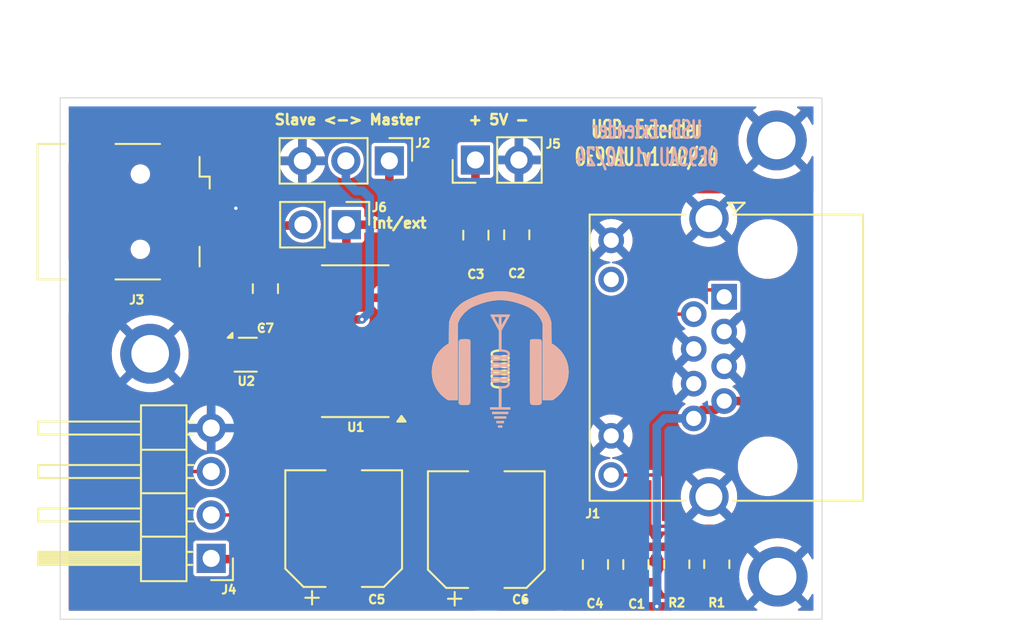
<source format=kicad_pcb>
(kicad_pcb (version 20240108) (generator "pcbnew") (generator_version "8.0")
  (layers (0 "F.Cu" signal) (31 "B.Cu" signal) (34 "B.Paste" user) (35 "F.Paste" user) (36 "B.SilkS" user "B.Silkscreen") (37 "F.SilkS" user "F.Silkscreen") (38 "B.Mask" user) (39 "F.Mask" user) (44 "Edge.Cuts" user))
  (net 0 "")
  (net 1 "GND")
  (net 2 "Net-(U1-REF)")
  (net 3 "+5V")
  (net 4 "Net-(U1-V3)")
  (net 5 "Net-(U1-XD+)")
  (net 6 "Net-(J1-Pad12)")
  (net 7 "Net-(U1-XD-)")
  (net 9 "Net-(J3-D+)")
  (net 11 "Net-(J3-D-)")
  (net 14 "MODE")
  (net 17 "Net-(U1-UD+)")
  (net 18 "Net-(U1-UD-)")
  (footprint "Capacitor_SMD:C_0805_2012Metric_Pad1.18x1.45mm_HandSolder" (layer "F.Cu") (at 128.27 66.4249 -90)
    (property "Reference" "C2" (at 2.2567 0 180) (layer "F.SilkS") (effects (font (size 0.5 0.5))))
    (property "Value" "100nF")
    (pad "1" smd roundrect (at -1.0375 0 270) (size 1.175 1.45) (layers "F.Cu" "F.Paste" "F.Mask") (roundrect_rratio 0.212766) (net 3 "+5V"))
    (pad "2" smd roundrect (at 1.0375 0 270) (size 1.175 1.45) (layers "F.Cu" "F.Paste" "F.Mask") (roundrect_rratio 0.212766) (net 1 "GND"))
  )
  (footprint "Connector_PinHeader_2.54mm:PinHeader_1x02_P2.54mm_Vertical" (layer "F.Cu") (at 125.857 62.0522 90)
    (property "Reference" "J5" (at 0.9398 4.5466 180) (layer "F.SilkS") (effects (font (size 0.5 0.5))))
    (property "Value" "ext. +5V")
    (pad "1" thru_hole rect (at 0 0 90) (size 1.7 1.7) (drill 1) (layers "*.Cu" "*.Mask") (net 3 "+5V"))
    (pad "2" thru_hole oval (at 0 2.54 90) (size 1.7 1.7) (drill 1) (layers "*.Cu" "*.Mask") (net 1 "GND"))
  )
  (footprint "Connector_PinHeader_2.54mm:PinHeader_1x02_P2.54mm_Vertical" (layer "F.Cu") (at 118.3182 65.8368 -90)
    (property "Reference" "J6" (at -1.016 -1.9254 180) (layer "F.SilkS") (effects (font (size 0.5 0.5) (thickness 0.125))))
    (property "Value" "5v INT/EXT")
    (pad "1" thru_hole rect (at 0 0 270) (size 1.7 1.7) (drill 1) (layers "*.Cu" "*.Mask") (net 3 "+5V"))
    (pad "2" thru_hole oval (at 0 2.54 270) (size 1.7 1.7) (drill 1) (layers "*.Cu" "*.Mask") (net 3 "+5V"))
  )
  (footprint "Connector_PinHeader_2.54mm:PinHeader_1x04_P2.54mm_Horizontal" (layer "F.Cu") (at 110.42 85.344 180)
    (property "Reference" "J4" (at -1.0352 -1.8288 180) (layer "F.SilkS") (effects (font (size 0.5 0.5))))
    (property "Value" "USB_CON")
    (pad "1" thru_hole rect (at 0 0 180) (size 1.7 1.7) (drill 1) (layers "*.Cu" "*.Mask") (net 3 "+5V"))
    (pad "2" thru_hole oval (at 0 2.54 180) (size 1.7 1.7) (drill 1) (layers "*.Cu" "*.Mask") (net 11 "Net-(J3-D-)"))
    (pad "3" thru_hole oval (at 0 5.08 180) (size 1.7 1.7) (drill 1) (layers "*.Cu" "*.Mask") (net 9 "Net-(J3-D+)"))
    (pad "4" thru_hole oval (at 0 7.62 180) (size 1.7 1.7) (drill 1) (layers "*.Cu" "*.Mask") (net 1 "GND"))
  )
  (footprint "Capacitor_SMD:C_0805_2012Metric_Pad1.18x1.45mm_HandSolder" (layer "F.Cu") (at 135.2296 85.7023 -90)
    (property "Reference" "C1" (at 2.3087 -0.0508 0) (layer "F.SilkS") (effects (font (size 0.5 0.5))))
    (property "Value" "100nF")
    (pad "1" smd roundrect (at -1.0375 0 270) (size 1.175 1.45) (layers "F.Cu" "F.Paste" "F.Mask") (roundrect_rratio 0.212766) (net 2 "Net-(U1-REF)"))
    (pad "2" smd roundrect (at 1.0375 0 270) (size 1.175 1.45) (layers "F.Cu" "F.Paste" "F.Mask") (roundrect_rratio 0.212766) (net 1 "GND"))
  )
  (footprint "Capacitor_SMD:CP_Elec_6.3x7.7" (layer "F.Cu") (at 126.492 83.66 90)
    (property "Reference" "C6" (at -4.0894 2.0066 180) (layer "F.SilkS") (effects (font (size 0.5 0.5) (thickness 0.125))))
    (property "Value" "470uF")
    (pad "1" smd roundrect (at -2.7 0 90) (size 3.5 1.6) (layers "F.Cu" "F.Paste" "F.Mask") (roundrect_rratio 0.15625) (net 3 "+5V"))
    (pad "2" smd roundrect (at 2.7 0 90) (size 3.5 1.6) (layers "F.Cu" "F.Paste" "F.Mask") (roundrect_rratio 0.15625) (net 1 "GND"))
  )
  (footprint "MountingHole:MountingHole_2.2mm_M2_ISO7380_Pad" (layer "F.Cu") (at 143.51 86.4108)
    (property "Reference" "H2" (hide yes))
    (property "Value" "MountingHole_Pad" (hide yes))
    (pad "1" thru_hole circle (at 0 0) (size 3.5 3.5) (drill 2.2) (layers "*.Cu" "*.Mask") (net 1 "GND"))
  )
  (footprint "Capacitor_SMD:C_0805_2012Metric_Pad1.18x1.45mm_HandSolder" (layer "F.Cu") (at 132.8674 85.7023 -90)
    (property "Reference" "C4" (at 2.2821 0.0254 180) (layer "F.SilkS") (effects (font (size 0.5 0.5))))
    (property "Value" "100nF")
    (pad "1" smd roundrect (at -1.0375 0 270) (size 1.175 1.45) (layers "F.Cu" "F.Paste" "F.Mask") (roundrect_rratio 0.212766) (net 4 "Net-(U1-V3)"))
    (pad "2" smd roundrect (at 1.0375 0 270) (size 1.175 1.45) (layers "F.Cu" "F.Paste" "F.Mask") (roundrect_rratio 0.212766) (net 1 "GND"))
  )
  (footprint "Capacitor_SMD:C_0805_2012Metric_Pad1.18x1.45mm_HandSolder" (layer "F.Cu") (at 125.8824 66.4464 -90)
    (property "Reference" "C3" (at 2.286 0 180) (layer "F.SilkS") (effects (font (size 0.5 0.5))))
    (property "Value" "100nF")
    (pad "1" smd roundrect (at -1.0375 0 270) (size 1.175 1.45) (layers "F.Cu" "F.Paste" "F.Mask") (roundrect_rratio 0.212766) (net 3 "+5V"))
    (pad "2" smd roundrect (at 1.0375 0 270) (size 1.175 1.45) (layers "F.Cu" "F.Paste" "F.Mask") (roundrect_rratio 0.212766) (net 1 "GND"))
  )
  (footprint "Resistor_SMD:R_0805_2012Metric_Pad1.20x1.40mm_HandSolder" (layer "F.Cu") (at 139.954 85.6836 -90)
    (property "Reference" "R1" (at 2.2512 0 0) (layer "F.SilkS") (effects (font (size 0.5 0.5))))
    (property "Value" "10k")
    (pad "1" smd roundrect (at -1 0 270) (size 1.2 1.4) (layers "F.Cu" "F.Paste" "F.Mask") (roundrect_rratio 0.208333) (net 6 "Net-(J1-Pad12)"))
    (pad "2" smd roundrect (at 1 0 270) (size 1.2 1.4) (layers "F.Cu" "F.Paste" "F.Mask") (roundrect_rratio 0.208333) (net 3 "+5V"))
  )
  (footprint "Connector_USB:USB_Mini-B_Wuerth_65100516121_Horizontal" (layer "F.Cu") (at 106.2826 65.0748 -90)
    (property "Reference" "J3" (at 5.1562 0.2122 180) (layer "F.SilkS") (effects (font (size 0.5 0.5))))
    (property "Value" "USB_B_Mini")
    (pad "" np_thru_hole circle (at -2.2 0 270) (size 0.9 0.9) (drill 0.9) (layers "*.Cu" "*.Mask"))
    (pad "" np_thru_hole circle (at 2.2 0 270) (size 0.9 0.9) (drill 0.9) (layers "*.Cu" "*.Mask"))
    (pad "1" smd rect (at -1.6 -2.6 270) (size 0.5 2.5) (layers "F.Cu" "F.Paste" "F.Mask") (net 3 "+5V"))
    (pad "2" smd rect (at -0.8 -2.6 270) (size 0.5 2.5) (layers "F.Cu" "F.Paste" "F.Mask") (net 11 "Net-(J3-D-)"))
    (pad "3" smd rect (at 0 -2.6 270) (size 0.5 2.5) (layers "F.Cu" "F.Paste" "F.Mask") (net 9 "Net-(J3-D+)"))
    (pad "4" smd rect (at 0.8 -2.6 270) (size 0.5 2.5) (layers "F.Cu" "F.Paste" "F.Mask"))
    (pad "5" smd rect (at 1.6 -2.6 270) (size 0.5 2.5) (layers "F.Cu" "F.Paste" "F.Mask") (net 1 "GND"))
    (pad "6" smd rect (at -4.4 -2.6 270) (size 2 2.5) (layers "F.Cu" "F.Paste" "F.Mask") (net 1 "GND"))
    (pad "6" smd rect (at -4.4 2.9 270) (size 2 2.5) (layers "F.Cu" "F.Paste" "F.Mask") (net 1 "GND"))
    (pad "6" smd rect (at 4.4 -2.6 270) (size 2 2.5) (layers "F.Cu" "F.Paste" "F.Mask") (net 1 "GND"))
    (pad "6" smd rect (at 4.4 2.9 270) (size 2 2.5) (layers "F.Cu" "F.Paste" "F.Mask") (net 1 "GND"))
  )
  (footprint "Package_SO:SOIC-14_3.9x8.7mm_P1.27mm" (layer "F.Cu") (at 118.8354 72.644 180)
    (property "Reference" "U1" (at -0.0366 -5.0292 0) (layer "F.SilkS") (effects (font (size 0.5 0.5))))
    (property "Value" "CH315G")
    (pad "1" smd roundrect (at -2.475 -3.81 180) (size 1.95 0.6) (layers "F.Cu" "F.Paste" "F.Mask") (net 2 "Net-(U1-REF)"))
    (pad "2" smd roundrect (at -2.475 -2.54 180) (size 1.95 0.6) (layers "F.Cu" "F.Paste" "F.Mask") (net 1 "GND"))
    (pad "3" smd roundrect (at -2.475 -1.27 180) (size 1.95 0.6) (layers "F.Cu" "F.Paste" "F.Mask"))
    (pad "4" smd roundrect (at -2.475 0 180) (size 1.95 0.6) (layers "F.Cu" "F.Paste" "F.Mask") (net 7 "Net-(U1-XD-)"))
    (pad "5" smd roundrect (at -2.475 1.27 180) (size 1.95 0.6) (layers "F.Cu" "F.Paste" "F.Mask") (net 5 "Net-(U1-XD+)"))
    (pad "6" smd roundrect (at -2.475 2.54 180) (size 1.95 0.6) (layers "F.Cu" "F.Paste" "F.Mask") (net 1 "GND"))
    (pad "7" smd roundrect (at -2.475 3.81 180) (size 1.95 0.6) (layers "F.Cu" "F.Paste" "F.Mask"))
    (pad "8" smd roundrect (at 2.475 3.81 180) (size 1.95 0.6) (layers "F.Cu" "F.Paste" "F.Mask"))
    (pad "9" smd roundrect (at 2.475 2.54 180) (size 1.95 0.6) (layers "F.Cu" "F.Paste" "F.Mask") (net 3 "+5V"))
    (pad "10" smd roundrect (at 2.475 1.27 180) (size 1.95 0.6) (layers "F.Cu" "F.Paste" "F.Mask") (net 14 "MODE"))
    (pad "11" smd roundrect (at 2.475 0 180) (size 1.95 0.6) (layers "F.Cu" "F.Paste" "F.Mask"))
    (pad "12" smd roundrect (at 2.475 -1.27 180) (size 1.95 0.6) (layers "F.Cu" "F.Paste" "F.Mask") (net 18 "Net-(U1-UD-)"))
    (pad "13" smd roundrect (at 2.475 -2.54 180) (size 1.95 0.6) (layers "F.Cu" "F.Paste" "F.Mask") (net 17 "Net-(U1-UD+)"))
    (pad "14" smd roundrect (at 2.475 -3.81 180) (size 1.95 0.6) (layers "F.Cu" "F.Paste" "F.Mask") (net 4 "Net-(U1-V3)"))
  )
  (footprint "Resistor_SMD:R_0805_2012Metric_Pad1.20x1.40mm_HandSolder" (layer "F.Cu") (at 137.6172 85.6836 -90)
    (property "Reference" "R2" (at 2.2512 0 180) (layer "F.SilkS") (effects (font (size 0.5 0.5) (thickness 0.125))))
    (property "Value" "180k")
    (pad "1" smd roundrect (at -1 0 270) (size 1.2 1.4) (layers "F.Cu" "F.Paste" "F.Mask") (roundrect_rratio 0.208333) (net 2 "Net-(U1-REF)"))
    (pad "2" smd roundrect (at 1 0 270) (size 1.2 1.4) (layers "F.Cu" "F.Paste" "F.Mask") (roundrect_rratio 0.208333) (net 3 "+5V"))
  )
  (footprint "MountingHole:MountingHole_2.2mm_M2_ISO7380_Pad" (layer "F.Cu") (at 143.4592 60.9092)
    (property "Reference" "H3" (hide yes))
    (property "Value" "MountingHole_Pad" (hide yes))
    (pad "1" thru_hole circle (at 0 0) (size 3.5 3.5) (drill 2.2) (layers "*.Cu" "*.Mask") (net 1 "GND"))
  )
  (footprint "LOGO" (layer "F.Cu") (at 127.3048 73.7108)
    (property "Reference" "g1" (hide yes))
    (property "Value" "LOGO" (hide yes))
  )
  (footprint "Connector_PinHeader_2.54mm:PinHeader_1x03_P2.54mm_Vertical" (layer "F.Cu") (at 120.8278 62.103 -90)
    (property "Reference" "J2" (at -1.0414 -1.9558 180) (layer "F.SilkS") (effects (font (size 0.5 0.5))))
    (property "Value" "MODE")
    (pad "1" thru_hole rect (at 0 0 270) (size 1.7 1.7) (drill 1) (layers "*.Cu" "*.Mask") (net 3 "+5V"))
    (pad "2" thru_hole oval (at 0 2.54 270) (size 1.7 1.7) (drill 1) (layers "*.Cu" "*.Mask") (net 14 "MODE"))
    (pad "3" thru_hole oval (at 0 5.08 270) (size 1.7 1.7) (drill 1) (layers "*.Cu" "*.Mask") (net 1 "GND"))
  )
  (footprint "Capacitor_SMD:C_0805_2012Metric_Pad1.18x1.45mm_HandSolder" (layer "F.Cu") (at 113.5888 69.5745 90)
    (property "Reference" "C7" (at -2.3153 0 180) (layer "F.SilkS") (effects (font (size 0.5 0.5) (thickness 0.125))))
    (property "Value" "100nF")
    (pad "1" smd roundrect (at -1.0375 0 90) (size 1.175 1.45) (layers "F.Cu" "F.Paste" "F.Mask") (roundrect_rratio 0.212766) (net 3 "+5V"))
    (pad "2" smd roundrect (at 1.0375 0 90) (size 1.175 1.45) (layers "F.Cu" "F.Paste" "F.Mask") (roundrect_rratio 0.212766) (net 1 "GND"))
  )
  (footprint "Connector_RJ:RJ45_Amphenol_RJHSE538X" (layer "F.Cu") (at 140.3878 70.0492 -90)
    (property "Reference" "J1" (at 12.6786 7.6728 180) (layer "F.SilkS") (effects (font (size 0.5 0.5))))
    (property "Value" "RJ45_LED_Shielded")
    (pad "" np_thru_hole circle (at -2.79 -2.54 270) (size 3.25 3.25) (drill 3.25) (layers "*.Cu" "*.Mask"))
    (pad "" np_thru_hole circle (at 9.91 -2.54 270) (size 3.25 3.25) (drill 3.25) (layers "*.Cu" "*.Mask"))
    (pad "1" thru_hole rect (at 0 0 270) (size 1.5 1.5) (drill 0.89) (layers "*.Cu" "*.Mask") (net 5 "Net-(U1-XD+)"))
    (pad "2" thru_hole circle (at 1.016 1.78 270) (size 1.5 1.5) (drill 0.89) (layers "*.Cu" "*.Mask") (net 7 "Net-(U1-XD-)"))
    (pad "3" thru_hole circle (at 2.032 0 270) (size 1.5 1.5) (drill 0.89) (layers "*.Cu" "*.Mask") (net 1 "GND"))
    (pad "4" thru_hole circle (at 3.048 1.78 270) (size 1.5 1.5) (drill 0.89) (layers "*.Cu" "*.Mask") (net 1 "GND"))
    (pad "5" thru_hole circle (at 4.064 0 270) (size 1.5 1.5) (drill 0.89) (layers "*.Cu" "*.Mask") (net 1 "GND"))
    (pad "6" thru_hole circle (at 5.08 1.78 270) (size 1.5 1.5) (drill 0.89) (layers "*.Cu" "*.Mask") (net 1 "GND"))
    (pad "7" thru_hole circle (at 6.096 0 270) (size 1.5 1.5) (drill 0.89) (layers "*.Cu" "*.Mask") (net 3 "+5V"))
    (pad "8" thru_hole circle (at 7.112 1.78 270) (size 1.5 1.5) (drill 0.89) (layers "*.Cu" "*.Mask") (net 3 "+5V"))
    (pad "9" thru_hole circle (at -3.3 6.6 270) (size 1.5 1.5) (drill 0.89) (layers "*.Cu" "*.Mask") (net 1 "GND"))
    (pad "10" thru_hole circle (at -1.01 6.6 270) (size 1.5 1.5) (drill 0.89) (layers "*.Cu" "*.Mask"))
    (pad "11" thru_hole circle (at 8.13 6.6 270) (size 1.5 1.5) (drill 0.89) (layers "*.Cu" "*.Mask") (net 1 "GND"))
    (pad "12" thru_hole circle (at 10.42 6.6 270) (size 1.5 1.5) (drill 0.89) (layers "*.Cu" "*.Mask") (net 6 "Net-(J1-Pad12)"))
    (pad "SH" thru_hole circle (at -4.57 0.89 270) (size 2.3 2.3) (drill 1.57) (layers "*.Cu" "*.Mask") (net 1 "GND"))
    (pad "SH" thru_hole circle (at 11.69 0.89 270) (size 2.3 2.3) (drill 1.57) (layers "*.Cu" "*.Mask") (net 1 "GND"))
  )
  (footprint "Package_TO_SOT_SMD:SOT-666" (layer "F.Cu") (at 112.434 73.4355)
    (property "Reference" "U2" (at 0.0372 1.5453 180) (layer "F.SilkS") (effects (font (size 0.5 0.5) (thickness 0.125))))
    (property "Value" "USBLC6-2P6")
    (pad "1" smd roundrect (at -0.85 -0.5375) (size 0.5 0.375) (layers "F.Cu" "F.Paste" "F.Mask") (net 9 "Net-(J3-D+)"))
    (pad "2" smd roundrect (at -0.925 0) (size 0.65 0.3) (layers "F.Cu" "F.Paste" "F.Mask") (net 1 "GND"))
    (pad "3" smd roundrect (at -0.85 0.5375) (size 0.5 0.375) (layers "F.Cu" "F.Paste" "F.Mask") (net 11 "Net-(J3-D-)"))
    (pad "4" smd roundrect (at 0.85 0.5375) (size 0.5 0.375) (layers "F.Cu" "F.Paste" "F.Mask") (net 18 "Net-(U1-UD-)"))
    (pad "5" smd roundrect (at 0.925 0) (size 0.65 0.3) (layers "F.Cu" "F.Paste" "F.Mask") (net 3 "+5V"))
    (pad "6" smd roundrect (at 0.85 -0.5375) (size 0.5 0.375) (layers "F.Cu" "F.Paste" "F.Mask") (net 17 "Net-(U1-UD+)"))
  )
  (footprint "Capacitor_SMD:CP_Elec_6.3x7.7" (layer "F.Cu") (at 118.1608 83.6016 90)
    (property "Reference" "C5" (at -4.1478 1.9304 180) (layer "F.SilkS") (effects (font (size 0.5 0.5) (thickness 0.125))))
    (property "Value" "470uF")
    (pad "1" smd roundrect (at -2.7 0 90) (size 3.5 1.6) (layers "F.Cu" "F.Paste" "F.Mask") (roundrect_rratio 0.15625) (net 3 "+5V"))
    (pad "2" smd roundrect (at 2.7 0 90) (size 3.5 1.6) (layers "F.Cu" "F.Paste" "F.Mask") (roundrect_rratio 0.15625) (net 1 "GND"))
  )
  (footprint "MountingHole:MountingHole_2.2mm_M2_ISO7380_Pad" (layer "F.Cu") (at 106.8578 73.3806 90)
    (property "Reference" "H1" (hide yes))
    (property "Value" "MountingHole_Pad" (hide yes))
    (pad "1" thru_hole circle (at 0 0 90) (size 3.5 3.5) (drill 2.2) (layers "*.Cu" "*.Mask") (net 1 "GND"))
  )
  (footprint "LOGO" (layer "B.Cu") (at 127.3048 73.7108 180)
    (property "Reference" "g2" (hide yes))
    (property "Value" "LOGO" (hide yes))
  )
  (gr_rect (start 101.6 58.42) (end 146.1008 88.9) (stroke (width 0.05)) (fill none) (layer "Edge.Cuts"))
  (gr_text "Slave <-> Master" (at 114.046 60.0456 0) (layer "F.SilkS") (effects (font (size 0.6 0.6) (thickness 0.15) (bold yes)) (justify left bottom)))
  (gr_text "+ 5V -" (at 125.3744 60.0456 0) (layer "F.SilkS") (effects (font (size 0.6 0.6) (thickness 0.15) (bold yes)) (justify left bottom)))
  (gr_text "int/ext" (at 119.7356 66.0908 0) (layer "F.SilkS") (effects (font (size 0.6 0.6) (thickness 0.15) (bold yes)) (justify left bottom)))
  (gr_text_box "USB-Extender\nOE9SAU v1 10/24" (start 128.3716 58.9534) (end 143.4084 63.2714) (layer "B.SilkS") (effects (font (size 1 0.6) (thickness 0.15) (bold yes)) (justify top mirror)) (border no) (stroke (width 0) (type dot)))
  (gr_text_box "USB-Extender\nOE9SAU v1 10/24" (start 128.3208 58.928) (end 143.3576 63.246) (layer "F.SilkS") (effects (font (size 1 0.6) (thickness 0.15) (bold yes)) (justify top)) (border no) (stroke (width 0) (type dot)))
  (segment (start 132.8244 86.6968) (end 132.8674 86.7398) (width 0.2) (layer "F.Cu") (net 1))
  (via (at 111.8616 64.8716) (size 0.35) (drill 0.2) (layers "F.Cu" "B.Cu") (net 1))
  (via (at 113.411 71.8566) (size 0.35) (drill 0.2) (layers "F.Cu" "B.Cu") (net 1))
  (via (at 128.7526 87.8078) (size 0.35) (drill 0.2) (layers "F.Cu" "B.Cu") (net 1))
  (segment (start 131.445 76.8858) (end 131.0132 76.454) (width 0.5) (layer "F.Cu") (net 2))
  (segment (start 131.0132 76.454) (end 121.3104 76.454) (width 0.5) (layer "F.Cu") (net 2))
  (segment (start 131.064 76.5048) (end 131.0132 76.454) (width 0.5) (layer "F.Cu") (net 2))
  (segment (start 132.0038 82.7532) (end 131.445 82.1944) (width 0.5) (layer "F.Cu") (net 2))
  (segment (start 135.2296 83.2104) (end 134.7724 82.7532) (width 0.5) (layer "F.Cu") (net 2))
  (segment (start 131.445 82.1944) (end 131.445 76.8858) (width 0.5) (layer "F.Cu") (net 2))
  (segment (start 135.2296 84.6648) (end 137.5664 84.6648) (width 0.5) (layer "F.Cu") (net 2))
  (segment (start 134.7724 82.7532) (end 132.0038 82.7532) (width 0.5) (layer "F.Cu") (net 2))
  (segment (start 135.2296 84.36) (end 135.2296 83.2104) (width 0.5) (layer "F.Cu") (net 2))
  (segment (start 120.8278 65.5574) (end 120.8278 62.103) (width 0.5) (layer "F.Cu") (net 3))
  (segment (start 130.853 65.3874) (end 132.4864 63.754) (width 0.5) (layer "F.Cu") (net 3))
  (segment (start 137.2496 88.15) (end 137.5664 87.8332) (width 0.5) (layer "F.Cu") (net 3))
  (segment (start 145.288 64.3128) (end 145.288 75.692) (width 0.5) (layer "F.Cu") (net 3))
  (segment (start 114.4737 73.4355) (end 114.6048 73.3044) (width 0.2) (layer "F.Cu") (net 3))
  (segment (start 137.5664 87.8332) (end 137.5664 86.6648) (width 0.5) (layer "F.Cu") (net 3))
  (segment (start 125.857 65.3874) (end 125.857 62.0522) (width 0.5) (layer "F.Cu") (net 3))
  (segment (start 132.4864 63.754) (end 144.7292 63.754) (width 0.5) (layer "F.Cu") (net 3))
  (segment (start 113.0048 63.4748) (end 113.284 63.754) (width 0.5) (layer "F.Cu") (net 3))
  (segment (start 118.3182 69.845) (end 118.0592 70.104) (width 0.5) (layer "F.Cu") (net 3))
  (segment (start 125.8824 65.4089) (end 120.9763 65.4089) (width 0.5) (layer "F.Cu") (net 3))
  (segment (start 114.6048 70.612) (end 115.1128 70.104) (width 0.2) (layer "F.Cu") (net 3))
  (segment (start 128.27 65.3874) (end 130.853 65.3874) (width 0.5) (layer "F.Cu") (net 3))
  (segment (start 136.4488 88.15) (end 137.2496 88.15) (width 0.5) (layer "F.Cu") (net 3))
  (segment (start 130.261 85.387) (end 130.683 85.809) (width 0.5) (layer "F.Cu") (net 3))
  (segment (start 120.5484 65.8368) (end 120.8278 65.5574) (width 0.5) (layer "F.Cu") (net 3))
  (segment (start 144.8268 76.1452) (end 140.3878 76.1452) (width 0.5) (layer "F.Cu") (net 3))
  (segment (start 137.5664 86.6648) (end 139.9352 86.6648) (width 0.5) (layer "F.Cu") (net 3))
  (segment (start 114.6048 73.3044) (end 114.6048 70.612) (width 0.2) (layer "F.Cu") (net 3))
  (segment (start 144.8308 76.1492) (end 144.8268 76.1452) (width 0.5) (layer "F.Cu") (net 3))
  (segment (start 110.463 85.387) (end 130.261 85.387) (width 0.5) (layer "F.Cu") (net 3))
  (segment (start 131.0506 88.15) (end 136.4488 88.15) (width 0.5) (layer "F.Cu") (net 3))
  (segment (start 108.8826 63.4748) (end 113.0048 63.4748) (width 0.5) (layer "F.Cu") (net 3))
  (segment (start 128.27 65.3874) (end 125.857 65.3874) (width 0.5) (layer "F.Cu") (net 3))
  (segment (start 144.7292 63.754) (end 145.288 64.3128) (width 0.5) (layer "F.Cu") (net 3))
  (segment (start 120.9763 65.4089) (end 120.8278 65.5574) (width 0.5) (layer "F.Cu") (net 3))
  (segment (start 140.3878 76.1452) (end 139.8758 76.6572) (width 0.5) (layer "F.Cu") (net 3))
  (segment (start 118.3182 65.8368) (end 120.5484 65.8368) (width 0.5) (layer "F.Cu") (net 3))
  (segment (start 113.359 73.4355) (end 114.4737 73.4355) (width 0.2) (layer "F.Cu") (net 3))
  (segment (start 139.9352 86.6648) (end 139.954 86.6836) (width 0.5) (layer "F.Cu") (net 3))
  (segment (start 110.42 85.344) (end 110.463 85.387) (width 0.5) (layer "F.Cu") (net 3))
  (segment (start 130.683 85.809) (end 130.683 87.7824) (width 0.5) (layer "F.Cu") (net 3))
  (segment (start 145.288 75.692) (end 144.8308 76.1492) (width 0.5) (layer "F.Cu") (net 3))
  (segment (start 139.8758 76.6572) (end 139.1118 76.6572) (width 0.5) (layer "F.Cu") (net 3))
  (segment (start 113.284 65.5828) (end 113.5888 65.8876) (width 0.5) (layer "F.Cu") (net 3))
  (segment (start 139.1118 76.6572) (end 138.6078 77.1612) (width 0.5) (layer "F.Cu") (net 3))
  (segment (start 115.7274 65.8876) (end 115.7782 65.8368) (width 0.5) (layer "F.Cu") (net 3))
  (segment (start 130.683 87.7824) (end 131.0506 88.15) (width 0.5) (layer "F.Cu") (net 3))
  (segment (start 125.857 65.3874) (end 125.7007 65.3874) (width 0.5) (layer "F.Cu") (net 3))
  (segment (start 113.5888 65.8876) (end 115.7274 65.8876) (width 0.5) (layer "F.Cu") (net 3))
  (segment (start 114.6048 70.612) (end 113.5888 70.612) (width 0.2) (layer "F.Cu") (net 3))
  (segment (start 113.284 63.754) (end 113.284 65.5828) (width 0.5) (layer "F.Cu") (net 3))
  (segment (start 115.1128 70.104) (end 116.3604 70.104) (width 0.2) (layer "F.Cu") (net 3))
  (segment (start 118.3182 65.8368) (end 118.3182 69.845) (width 0.5) (layer "F.Cu") (net 3))
  (segment (start 118.0592 70.104) (end 116.3604 70.104) (width 0.5) (layer "F.Cu") (net 3))
  (segment (start 125.7007 65.3874) (end 125.6792 65.4089) (width 0.5) (layer "F.Cu") (net 3))
  (via (at 136.4488 88.15) (size 0.35) (drill 0.2) (layers "F.Cu" "B.Cu") (net 3))
  (segment (start 136.4488 88.15) (end 136.4488 77.6224) (width 0.5) (layer "B.Cu") (net 3))
  (segment (start 136.4488 77.6224) (end 136.91 77.1612) (width 0.5) (layer "B.Cu") (net 3))
  (segment (start 136.91 77.1612) (end 138.6078 77.1612) (width 0.5) (layer "B.Cu") (net 3))
  (segment (start 120.8532 62.8142) (end 120.65 62.611) (width 0.5) (layer "B.Cu") (net 3))
  (segment (start 119.6848 77.8764) (end 118.2624 76.454) (width 0.5) (layer "F.Cu") (net 4))
  (segment (start 130.4036 84.074) (end 130.4036 78.2828) (width 0.5) (layer "F.Cu") (net 4))
  (segment (start 130.9944 84.6648) (end 130.4036 84.074) (width 0.5) (layer "F.Cu") (net 4))
  (segment (start 130.4036 78.2828) (end 129.9972 77.8764) (width 0.5) (layer "F.Cu") (net 4))
  (segment (start 129.9972 77.8764) (end 119.6848 77.8764) (width 0.5) (layer "F.Cu") (net 4))
  (segment (start 118.2624 76.454) (end 116.3604 76.454) (width 0.5) (layer "F.Cu") (net 4))
  (segment (start 132.8674 84.6648) (end 130.9944 84.6648) (width 0.5) (layer "F.Cu") (net 4))
  (segment (start 140.3878 70.0806) (end 140.2842 69.977) (width 0.5) (layer "F.Cu") (net 5))
  (segment (start 139.9854 69.6468) (end 136.652 69.6468) (width 0.2) (layer "F.Cu") (net 5))
  (segment (start 140.3878 70.0492) (end 140.3564 70.0492) (width 0.2) (layer "F.Cu") (net 5))
  (segment (start 140.2842 69.977) (end 140.1724 69.8652) (width 0.5) (layer "F.Cu") (net 5))
  (segment (start 136.652 69.6468) (end 134.9344 71.3644) (width 0.2) (layer "F.Cu") (net 5))
  (segment (start 140.3878 70.5064) (end 140.3878 70.0806) (width 0.5) (layer "F.Cu") (net 5))
  (segment (start 140.3564 70.0492) (end 140.2842 69.977) (width 0.2) (layer "F.Cu") (net 5))
  (segment (start 140.3878 70.0492) (end 139.9854 69.6468) (width 0.2) (layer "F.Cu") (net 5))
  (segment (start 134.9344 71.3644) (end 121.3582 71.3644) (width 0.2) (layer "F.Cu") (net 5))
  (segment (start 139.954 83.6676) (end 139.954 84.6836) (width 0.2) (layer "F.Cu") (net 6))
  (segment (start 136.4488 83.2612) (end 136.652 83.4644) (width 0.2) (layer "F.Cu") (net 6))
  (segment (start 136.4488 80.6704) (end 136.4488 83.2612) (width 0.2) (layer "F.Cu") (net 6))
  (segment (start 136.2476 80.4692) (end 136.4488 80.6704) (width 0.2) (layer "F.Cu") (net 6))
  (segment (start 136.652 83.4644) (end 139.7508 83.4644) (width 0.2) (layer "F.Cu") (net 6))
  (segment (start 133.7878 80.4692) (end 136.2476 80.4692) (width 0.2) (layer "F.Cu") (net 6))
  (segment (start 139.7508 83.4644) (end 139.954 83.6676) (width 0.2) (layer "F.Cu") (net 6))
  (segment (start 135.1884 72.6344) (end 121.3582 72.6344) (width 0.2) (layer "F.Cu") (net 7))
  (segment (start 138.6078 71.0652) (end 136.7576 71.0652) (width 0.2) (layer "F.Cu") (net 7))
  (segment (start 136.7576 71.0652) (end 135.1884 72.6344) (width 0.2) (layer "F.Cu") (net 7))
  (segment (start 109.6264 73.1012) (end 109.6264 75.184) (width 0.2) (layer "F.Cu") (net 9))
  (segment (start 111.3536 72.6676) (end 111.584 72.898) (width 0.2) (layer "F.Cu") (net 9))
  (segment (start 108.8826 65.0748) (end 111.239123 65.0748) (width 0.2) (layer "F.Cu") (net 9))
  (segment (start 111.239123 65.0748) (end 111.3536 65.189277) (width 0.2) (layer "F.Cu") (net 9))
  (segment (start 111.3536 65.189277) (end 111.3536 72.6676) (width 0.2) (layer "F.Cu") (net 9))
  (segment (start 108.966 75.8444) (end 108.966 80.01) (width 0.2) (layer "F.Cu") (net 9))
  (segment (start 109.6264 75.184) (end 108.966 75.8444) (width 0.2) (layer "F.Cu") (net 9))
  (segment (start 111.584 72.898) (end 109.8296 72.898) (width 0.2) (layer "F.Cu") (net 9))
  (segment (start 108.966 80.01) (end 109.22 80.264) (width 0.2) (layer "F.Cu") (net 9))
  (segment (start 109.22 80.264) (end 110.42 80.264) (width 0.2) (layer "F.Cu") (net 9))
  (segment (start 109.8296 72.898) (end 109.6264 73.1012) (width 0.2) (layer "F.Cu") (net 9))
  (segment (start 112.2808 64.2748) (end 112.4204 64.4144) (width 0.2) (layer "F.Cu") (net 11))
  (segment (start 112.4204 64.4144) (end 112.4204 72.687914) (width 0.2) (layer "F.Cu") (net 11))
  (segment (start 110.42 82.804) (end 111.7092 82.804) (width 0.2) (layer "F.Cu") (net 11))
  (segment (start 111.9124 82.6008) (end 111.9124 75.989914) (width 0.2) (layer "F.Cu") (net 11))
  (segment (start 112.0566 73.973) (end 111.584 73.973) (width 0.2) (layer "F.Cu") (net 11))
  (segment (start 111.7092 82.804) (end 111.9124 82.6008) (width 0.2) (layer "F.Cu") (net 11))
  (segment (start 110.9472 75.024714) (end 110.9472 74.1172) (width 0.2) (layer "F.Cu") (net 11))
  (segment (start 112.4204 72.687914) (end 112.2172 72.891114) (width 0.2) (layer "F.Cu") (net 11))
  (segment (start 110.9472 74.1172) (end 111.0914 73.973) (width 0.2) (layer "F.Cu") (net 11))
  (segment (start 111.9124 75.989914) (end 110.9472 75.024714) (width 0.2) (layer "F.Cu") (net 11))
  (segment (start 112.2172 73.8124) (end 112.0566 73.973) (width 0.2) (layer "F.Cu") (net 11))
  (segment (start 108.8826 64.2748) (end 112.2808 64.2748) (width 0.2) (layer "F.Cu") (net 11))
  (segment (start 112.2172 72.891114) (end 112.2172 73.8124) (width 0.2) (layer "F.Cu") (net 11))
  (segment (start 111.0914 73.973) (end 111.584 73.973) (width 0.2) (layer "F.Cu") (net 11))
  (segment (start 119.2276 71.374) (end 116.3604 71.374) (width 0.5) (layer "F.Cu") (net 14))
  (via (at 119.2276 71.374) (size 0.35) (drill 0.2) (layers "F.Cu" "B.Cu") (net 14))
  (segment (start 119.2276 71.374) (end 119.6848 70.9168) (width 0.5) (layer "B.Cu") (net 14))
  (segment (start 118.872 63.8556) (end 118.2878 63.2714) (width 0.5) (layer "B.Cu") (net 14))
  (segment (start 119.6848 64.262) (end 119.2784 63.8556) (width 0.5) (layer "B.Cu") (net 14))
  (segment (start 118.2878 62.7888) (end 118.11 62.611) (width 0.5) (layer "B.Cu") (net 14))
  (segment (start 119.2784 63.8556) (end 118.872 63.8556) (width 0.5) (layer "B.Cu") (net 14))
  (segment (start 119.6848 70.9168) (end 119.6848 64.262) (width 0.5) (layer "B.Cu") (net 14))
  (segment (start 118.2878 63.2714) (end 118.2878 62.6618) (width 0.5) (layer "B.Cu") (net 14))
  (segment (start 112.6172 73.0568) (end 112.6172 75.0252) (width 0.2) (layer "F.Cu") (net 17))
  (segment (start 112.776 72.898) (end 112.6172 73.0568) (width 0.2) (layer "F.Cu") (net 17))
  (segment (start 112.6172 75.0252) (end 112.776 75.184) (width 0.2) (layer "F.Cu") (net 17))
  (segment (start 112.776 75.184) (end 116.3604 75.184) (width 0.2) (layer "F.Cu") (net 17))
  (segment (start 113.284 72.898) (end 112.776 72.898) (width 0.2) (layer "F.Cu") (net 17))
  (segment (start 116.3014 73.973) (end 116.3604 73.914) (width 0.2) (layer "F.Cu") (net 18))
  (segment (start 113.284 73.973) (end 116.3014 73.973) (width 0.2) (layer "F.Cu") (net 18))
  (zone (net 1) (net_name "GND") (layers "F&B.Cu") (connect_pads (clearance 0.1)) (min_thickness 0.1) (fill yes (thermal_gap 0.5) (thermal_bridge_width 0.5))
    (polygon (pts (xy 146.05 58.4708) (xy 146.1008 88.8492) (xy 101.6 88.9) (xy 101.6508 58.4708)))
  )
)
</source>
